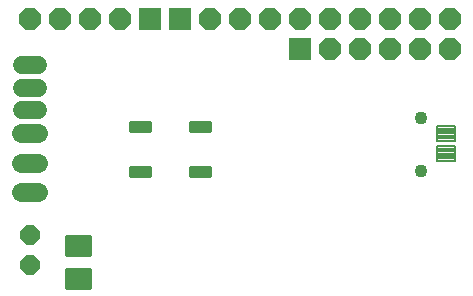
<source format=gbs>
G75*
G70*
%OFA0B0*%
%FSLAX24Y24*%
%IPPOS*%
%LPD*%
%AMOC8*
5,1,8,0,0,1.08239X$1,22.5*
%
%ADD10C,0.0640*%
%ADD11C,0.0085*%
%ADD12C,0.0434*%
%ADD13C,0.0084*%
%ADD14OC8,0.0640*%
%ADD15C,0.0596*%
%ADD16R,0.0720X0.0720*%
%ADD17OC8,0.0720*%
%ADD18C,0.0083*%
D10*
X002232Y008828D02*
X002792Y008828D01*
X002792Y009812D02*
X002232Y009812D01*
X002232Y010796D02*
X002792Y010796D01*
D11*
X004534Y006273D02*
X004534Y005647D01*
X003752Y005647D01*
X003752Y006273D01*
X004534Y006273D01*
X004534Y005731D02*
X003752Y005731D01*
X003752Y005815D02*
X004534Y005815D01*
X004534Y005899D02*
X003752Y005899D01*
X003752Y005983D02*
X004534Y005983D01*
X004534Y006067D02*
X003752Y006067D01*
X003752Y006151D02*
X004534Y006151D01*
X004534Y006235D02*
X003752Y006235D01*
X004534Y006750D02*
X004534Y007376D01*
X004534Y006750D02*
X003752Y006750D01*
X003752Y007376D01*
X004534Y007376D01*
X004534Y006834D02*
X003752Y006834D01*
X003752Y006918D02*
X004534Y006918D01*
X004534Y007002D02*
X003752Y007002D01*
X003752Y007086D02*
X004534Y007086D01*
X004534Y007170D02*
X003752Y007170D01*
X003752Y007254D02*
X004534Y007254D01*
X004534Y007338D02*
X003752Y007338D01*
D12*
X015564Y009546D03*
X015564Y011317D03*
D13*
X007880Y011169D02*
X007880Y010873D01*
X007880Y011169D02*
X008526Y011169D01*
X008526Y010873D01*
X007880Y010873D01*
X007880Y010956D02*
X008526Y010956D01*
X008526Y011039D02*
X007880Y011039D01*
X007880Y011122D02*
X008526Y011122D01*
X005880Y011169D02*
X005880Y010873D01*
X005880Y011169D02*
X006526Y011169D01*
X006526Y010873D01*
X005880Y010873D01*
X005880Y010956D02*
X006526Y010956D01*
X006526Y011039D02*
X005880Y011039D01*
X005880Y011122D02*
X006526Y011122D01*
X005880Y009669D02*
X005880Y009373D01*
X005880Y009669D02*
X006526Y009669D01*
X006526Y009373D01*
X005880Y009373D01*
X005880Y009456D02*
X006526Y009456D01*
X006526Y009539D02*
X005880Y009539D01*
X005880Y009622D02*
X006526Y009622D01*
X007880Y009669D02*
X007880Y009373D01*
X007880Y009669D02*
X008526Y009669D01*
X008526Y009373D01*
X007880Y009373D01*
X007880Y009456D02*
X008526Y009456D01*
X008526Y009539D02*
X007880Y009539D01*
X007880Y009622D02*
X008526Y009622D01*
D14*
X002523Y007411D03*
X002523Y006411D03*
D15*
X002286Y011563D02*
X002801Y011563D01*
X002801Y012311D02*
X002286Y012311D01*
X002286Y013063D02*
X002801Y013063D01*
D16*
X006543Y014611D03*
X007543Y014611D03*
X011543Y013611D03*
D17*
X012543Y013611D03*
X013543Y013611D03*
X014543Y013611D03*
X015543Y013611D03*
X016543Y013611D03*
X016543Y014611D03*
X015543Y014611D03*
X014543Y014611D03*
X013543Y014611D03*
X012543Y014611D03*
X011543Y014611D03*
X010543Y014611D03*
X009543Y014611D03*
X008543Y014611D03*
X005543Y014611D03*
X004543Y014611D03*
X003543Y014611D03*
X002543Y014611D03*
D18*
X016099Y011051D02*
X016099Y010541D01*
X016099Y011051D02*
X016687Y011051D01*
X016687Y010541D01*
X016099Y010541D01*
X016099Y010623D02*
X016687Y010623D01*
X016687Y010705D02*
X016099Y010705D01*
X016099Y010787D02*
X016687Y010787D01*
X016687Y010869D02*
X016099Y010869D01*
X016099Y010951D02*
X016687Y010951D01*
X016687Y011033D02*
X016099Y011033D01*
X016099Y010382D02*
X016099Y009872D01*
X016099Y010382D02*
X016687Y010382D01*
X016687Y009872D01*
X016099Y009872D01*
X016099Y009954D02*
X016687Y009954D01*
X016687Y010036D02*
X016099Y010036D01*
X016099Y010118D02*
X016687Y010118D01*
X016687Y010200D02*
X016099Y010200D01*
X016099Y010282D02*
X016687Y010282D01*
X016687Y010364D02*
X016099Y010364D01*
M02*

</source>
